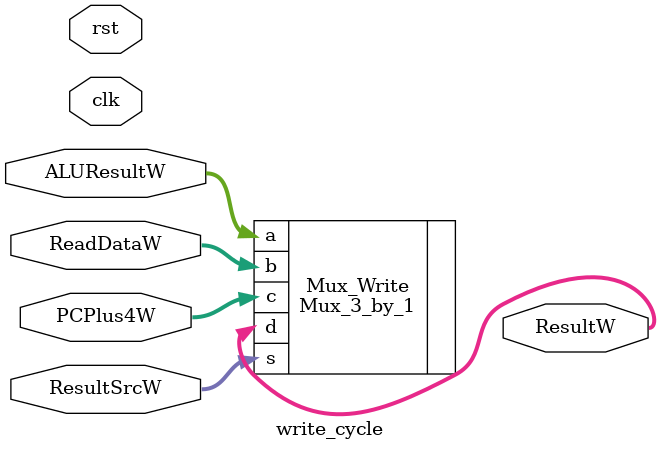
<source format=sv>
module write_cycle
(
input clk,rst,
input logic [1:0] ResultSrcW,
input logic [31:0] ALUResultW,ReadDataW,
input logic [31:0] PCPlus4W,
output logic [31:0] ResultW
);
 Mux_3_by_1 Mux_Write (			.a(ALUResultW),
										.b(ReadDataW),
										.c(PCPlus4W),
										.s(ResultSrcW),
										.d(ResultW)
										);
endmodule



</source>
